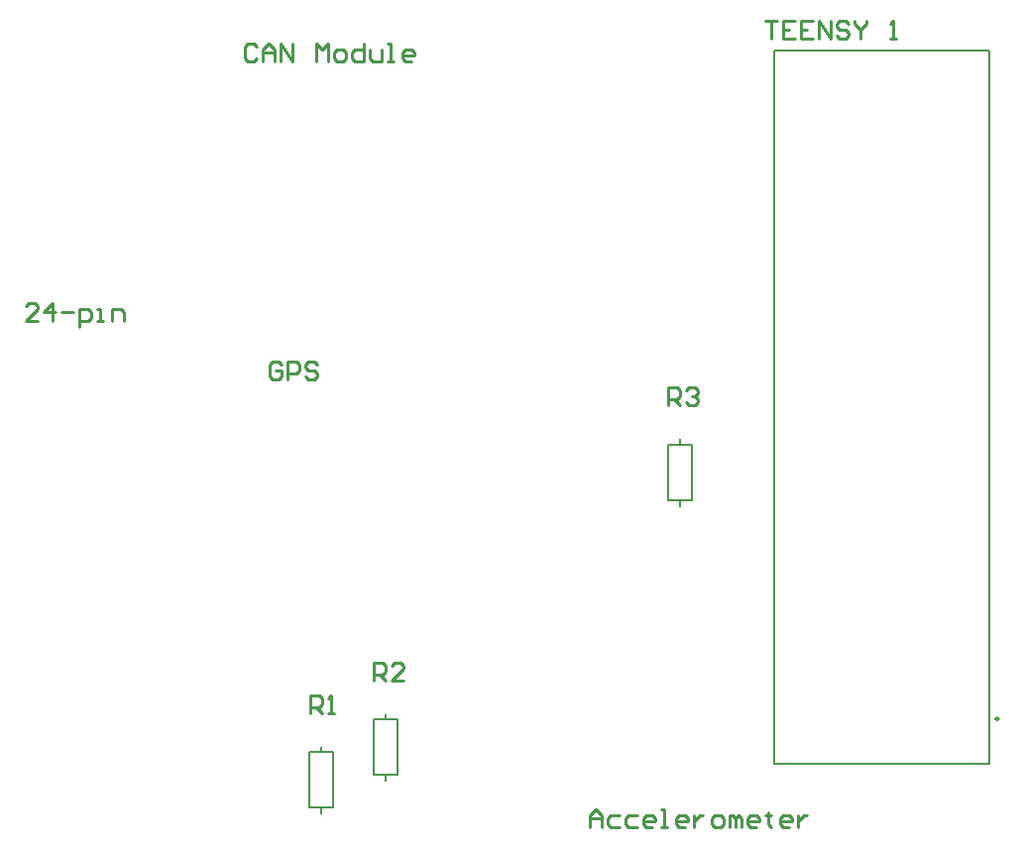
<source format=gbr>
%TF.GenerationSoftware,Altium Limited,Altium Designer,24.4.1 (13)*%
G04 Layer_Color=65535*
%FSLAX45Y45*%
%MOMM*%
%TF.SameCoordinates,B3E1FF51-322A-4C5C-8053-80DE806A948F*%
%TF.FilePolarity,Positive*%
%TF.FileFunction,Legend,Top*%
%TF.Part,Single*%
G01*
G75*
%TA.AperFunction,NonConductor*%
%ADD21C,0.25000*%
%ADD22C,0.20000*%
%ADD23C,0.25400*%
D21*
X11040200Y5769800D02*
G03*
X11040200Y5769800I-12500J0D01*
G01*
D22*
X8318500Y7588000D02*
Y7636500D01*
Y8111500D02*
Y8160000D01*
X8217000Y8111500D02*
X8420000D01*
X8217000Y7636500D02*
Y8111500D01*
Y7636500D02*
X8420000D01*
Y8111500D01*
X9126703Y5384800D02*
X10964702D01*
Y11480800D01*
X9126703D02*
X10964702D01*
X9126703Y5384800D02*
Y11480800D01*
X5257800Y4959101D02*
Y5007600D01*
Y5482600D02*
Y5531099D01*
X5156302Y5482600D02*
X5359298D01*
X5156302Y5007600D02*
Y5482600D01*
Y5007600D02*
X5359298D01*
Y5482600D01*
X5803900Y5762000D02*
Y5810499D01*
Y5238501D02*
Y5287000D01*
X5702402D02*
X5905398D01*
Y5762000D01*
X5702402D02*
X5905398D01*
X5702402Y5287000D02*
Y5762000D01*
D23*
X8221980Y8445500D02*
Y8597851D01*
X8298155D01*
X8323547Y8572459D01*
Y8521675D01*
X8298155Y8496283D01*
X8221980D01*
X8272763D02*
X8323547Y8445500D01*
X8374331Y8572459D02*
X8399723Y8597851D01*
X8450506D01*
X8475898Y8572459D01*
Y8547067D01*
X8450506Y8521675D01*
X8425114D01*
X8450506D01*
X8475898Y8496283D01*
Y8470892D01*
X8450506Y8445500D01*
X8399723D01*
X8374331Y8470892D01*
X7546340Y4841240D02*
Y4942807D01*
X7597123Y4993591D01*
X7647907Y4942807D01*
Y4841240D01*
Y4917415D01*
X7546340D01*
X7800258Y4942807D02*
X7724083D01*
X7698691Y4917415D01*
Y4866632D01*
X7724083Y4841240D01*
X7800258D01*
X7952609Y4942807D02*
X7876433D01*
X7851041Y4917415D01*
Y4866632D01*
X7876433Y4841240D01*
X7952609D01*
X8079568D02*
X8028784D01*
X8003392Y4866632D01*
Y4917415D01*
X8028784Y4942807D01*
X8079568D01*
X8104959Y4917415D01*
Y4892023D01*
X8003392D01*
X8155743Y4841240D02*
X8206526D01*
X8181135D01*
Y4993591D01*
X8155743D01*
X8358877Y4841240D02*
X8308094D01*
X8282702Y4866632D01*
Y4917415D01*
X8308094Y4942807D01*
X8358877D01*
X8384269Y4917415D01*
Y4892023D01*
X8282702D01*
X8435052Y4942807D02*
Y4841240D01*
Y4892023D01*
X8460444Y4917415D01*
X8485836Y4942807D01*
X8511228D01*
X8612795Y4841240D02*
X8663579D01*
X8688970Y4866632D01*
Y4917415D01*
X8663579Y4942807D01*
X8612795D01*
X8587403Y4917415D01*
Y4866632D01*
X8612795Y4841240D01*
X8739754D02*
Y4942807D01*
X8765146D01*
X8790537Y4917415D01*
Y4841240D01*
Y4917415D01*
X8815929Y4942807D01*
X8841321Y4917415D01*
Y4841240D01*
X8968280D02*
X8917497D01*
X8892105Y4866632D01*
Y4917415D01*
X8917497Y4942807D01*
X8968280D01*
X8993672Y4917415D01*
Y4892023D01*
X8892105D01*
X9069847Y4968199D02*
Y4942807D01*
X9044455D01*
X9095239D01*
X9069847D01*
Y4866632D01*
X9095239Y4841240D01*
X9247590D02*
X9196806D01*
X9171414Y4866632D01*
Y4917415D01*
X9196806Y4942807D01*
X9247590D01*
X9272981Y4917415D01*
Y4892023D01*
X9171414D01*
X9323765Y4942807D02*
Y4841240D01*
Y4892023D01*
X9349157Y4917415D01*
X9374548Y4942807D01*
X9399940D01*
X5161280Y5816600D02*
Y5968951D01*
X5237455D01*
X5262847Y5943559D01*
Y5892775D01*
X5237455Y5867383D01*
X5161280D01*
X5212063D02*
X5262847Y5816600D01*
X5313631D02*
X5364414D01*
X5339023D01*
Y5968951D01*
X5313631Y5943559D01*
X9044940Y11729671D02*
X9146507D01*
X9095723D01*
Y11577320D01*
X9298858Y11729671D02*
X9197291D01*
Y11577320D01*
X9298858D01*
X9197291Y11653495D02*
X9248074D01*
X9451209Y11729671D02*
X9349641D01*
Y11577320D01*
X9451209D01*
X9349641Y11653495D02*
X9400425D01*
X9501992Y11577320D02*
Y11729671D01*
X9603559Y11577320D01*
Y11729671D01*
X9755910Y11704279D02*
X9730518Y11729671D01*
X9679735D01*
X9654343Y11704279D01*
Y11678887D01*
X9679735Y11653495D01*
X9730518D01*
X9755910Y11628103D01*
Y11602712D01*
X9730518Y11577320D01*
X9679735D01*
X9654343Y11602712D01*
X9806694Y11729671D02*
Y11704279D01*
X9857477Y11653495D01*
X9908261Y11704279D01*
Y11729671D01*
X9857477Y11653495D02*
Y11577320D01*
X10111395D02*
X10162179D01*
X10136787D01*
Y11729671D01*
X10111395Y11704279D01*
X5707380Y6096000D02*
Y6248351D01*
X5783555D01*
X5808947Y6222959D01*
Y6172175D01*
X5783555Y6146783D01*
X5707380D01*
X5758163D02*
X5808947Y6096000D01*
X5961298D02*
X5859731D01*
X5961298Y6197567D01*
Y6222959D01*
X5935906Y6248351D01*
X5885123D01*
X5859731Y6222959D01*
X4917407Y8793439D02*
X4892015Y8818831D01*
X4841232D01*
X4815840Y8793439D01*
Y8691872D01*
X4841232Y8666480D01*
X4892015D01*
X4917407Y8691872D01*
Y8742655D01*
X4866623D01*
X4968191Y8666480D02*
Y8818831D01*
X5044366D01*
X5069758Y8793439D01*
Y8742655D01*
X5044366Y8717263D01*
X4968191D01*
X5222109Y8793439D02*
X5196717Y8818831D01*
X5145933D01*
X5120541Y8793439D01*
Y8768047D01*
X5145933Y8742655D01*
X5196717D01*
X5222109Y8717263D01*
Y8691872D01*
X5196717Y8666480D01*
X5145933D01*
X5120541Y8691872D01*
X4701507Y11511239D02*
X4676115Y11536631D01*
X4625332D01*
X4599940Y11511239D01*
Y11409672D01*
X4625332Y11384280D01*
X4676115D01*
X4701507Y11409672D01*
X4752291Y11384280D02*
Y11485847D01*
X4803074Y11536631D01*
X4853858Y11485847D01*
Y11384280D01*
Y11460455D01*
X4752291D01*
X4904641Y11384280D02*
Y11536631D01*
X5006209Y11384280D01*
Y11536631D01*
X5209343Y11384280D02*
Y11536631D01*
X5260126Y11485847D01*
X5310910Y11536631D01*
Y11384280D01*
X5387085D02*
X5437869D01*
X5463261Y11409672D01*
Y11460455D01*
X5437869Y11485847D01*
X5387085D01*
X5361694Y11460455D01*
Y11409672D01*
X5387085Y11384280D01*
X5615612Y11536631D02*
Y11384280D01*
X5539436D01*
X5514044Y11409672D01*
Y11460455D01*
X5539436Y11485847D01*
X5615612D01*
X5666395D02*
Y11409672D01*
X5691787Y11384280D01*
X5767962D01*
Y11485847D01*
X5818746Y11384280D02*
X5869529D01*
X5844138D01*
Y11536631D01*
X5818746D01*
X6021880Y11384280D02*
X5971097D01*
X5945705Y11409672D01*
Y11460455D01*
X5971097Y11485847D01*
X6021880D01*
X6047272Y11460455D01*
Y11435063D01*
X5945705D01*
X2834607Y9166860D02*
X2733040D01*
X2834607Y9268427D01*
Y9293819D01*
X2809215Y9319211D01*
X2758432D01*
X2733040Y9293819D01*
X2961566Y9166860D02*
Y9319211D01*
X2885391Y9243035D01*
X2986958D01*
X3037741D02*
X3139309D01*
X3190092Y9116077D02*
Y9268427D01*
X3266268D01*
X3291659Y9243035D01*
Y9192252D01*
X3266268Y9166860D01*
X3190092D01*
X3342443D02*
X3393226D01*
X3367835D01*
Y9268427D01*
X3342443D01*
X3469402Y9166860D02*
Y9268427D01*
X3545577D01*
X3570969Y9243035D01*
Y9166860D01*
%TF.MD5,f874638291ecd016fd070fcc2cbdb42a*%
M02*

</source>
